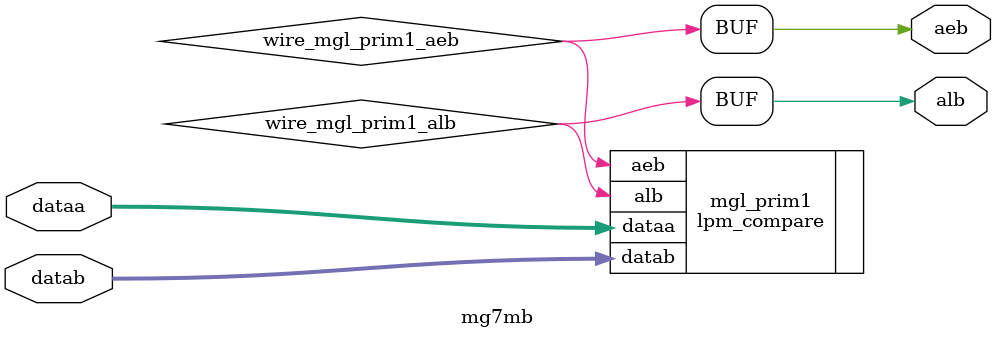
<source format=v>






//synthesis_resources = lpm_compare 1 
//synopsys translate_off
`timescale 1 ps / 1 ps
//synopsys translate_on
module  mg7mb
	( 
	aeb,
	alb,
	dataa,
	datab) /* synthesis synthesis_clearbox=1 */;
	output   aeb;
	output   alb;
	input   [15:0]  dataa;
	input   [15:0]  datab;

	wire  wire_mgl_prim1_aeb;
	wire  wire_mgl_prim1_alb;

	lpm_compare   mgl_prim1
	( 
	.aeb(wire_mgl_prim1_aeb),
	.alb(wire_mgl_prim1_alb),
	.dataa(dataa),
	.datab(datab));
	defparam
		mgl_prim1.lpm_representation = "UNSIGNED",
		mgl_prim1.lpm_type = "LPM_COMPARE",
		mgl_prim1.lpm_width = 16;
	assign
		aeb = wire_mgl_prim1_aeb,
		alb = wire_mgl_prim1_alb;
endmodule //mg7mb
//VALID FILE

</source>
